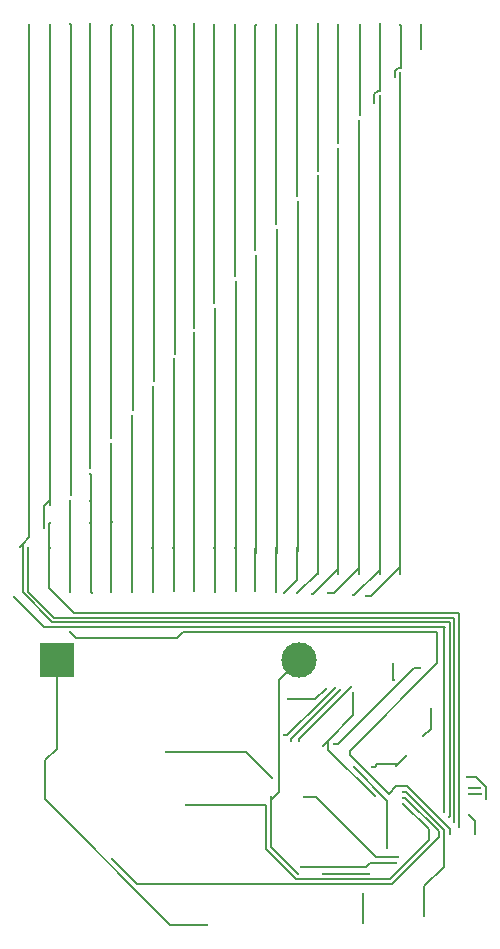
<source format=gbr>
%TF.GenerationSoftware,KiCad,Pcbnew,8.0.0*%
%TF.CreationDate,2024-03-20T12:42:58-05:00*%
%TF.ProjectId,tetrisBusinessCard,74657472-6973-4427-9573-696e65737343,rev?*%
%TF.SameCoordinates,Original*%
%TF.FileFunction,Copper,L2,Bot*%
%TF.FilePolarity,Positive*%
%FSLAX46Y46*%
G04 Gerber Fmt 4.6, Leading zero omitted, Abs format (unit mm)*
G04 Created by KiCad (PCBNEW 8.0.0) date 2024-03-20 12:42:58*
%MOMM*%
%LPD*%
G01*
G04 APERTURE LIST*
%TA.AperFunction,ComponentPad*%
%ADD10R,3.000000X3.000000*%
%TD*%
%TA.AperFunction,ComponentPad*%
%ADD11C,3.000000*%
%TD*%
%TA.AperFunction,ViaPad*%
%ADD12C,0.300000*%
%TD*%
%TA.AperFunction,Conductor*%
%ADD13C,0.200000*%
%TD*%
G04 APERTURE END LIST*
D10*
%TO.P,BT1,1,+*%
%TO.N,Net-(BT1-+)*%
X179610000Y-75450000D03*
D11*
%TO.P,BT1,2,-*%
%TO.N,GND*%
X200100000Y-75450000D03*
%TD*%
D12*
%TO.N,GND*%
X210639999Y-81910001D03*
X211250000Y-79600000D03*
%TO.N,CHRLY_20*%
X179000000Y-57200000D03*
X179000000Y-29900000D03*
X179000000Y-36700000D03*
X179000000Y-62350000D03*
X179000000Y-41200000D03*
X179000000Y-54850000D03*
X179000000Y-32200000D03*
X179000000Y-59700000D03*
X179000000Y-45700000D03*
X178500000Y-64250000D03*
X179000000Y-21700000D03*
X179000000Y-38950000D03*
X177200000Y-66000000D03*
X213200000Y-89150000D03*
X179000000Y-23700000D03*
X177200000Y-68200000D03*
X179000000Y-27750000D03*
X179000000Y-50100000D03*
X179000000Y-34550000D03*
X179000000Y-43450000D03*
X179000000Y-47900000D03*
X179000000Y-52450000D03*
X179000000Y-25700000D03*
%TO.N,CHRLY_13*%
X191250000Y-27700000D03*
X191250000Y-36700000D03*
X189500000Y-68200000D03*
X189500000Y-63800000D03*
X189500000Y-61950000D03*
X189450000Y-66000000D03*
X191250000Y-23700000D03*
X191250000Y-25700000D03*
X191250000Y-32150000D03*
X191250000Y-45650000D03*
X191250000Y-41250000D03*
X191250000Y-29850000D03*
X191250000Y-39000000D03*
X189550000Y-50000000D03*
X191250000Y-21600000D03*
X189500000Y-59700000D03*
X191250000Y-43450000D03*
X191250000Y-34500000D03*
X191250000Y-47299997D03*
X189500000Y-52500000D03*
X189500000Y-54950000D03*
X189500000Y-57300000D03*
X189500000Y-69628280D03*
%TO.N,BTN_1*%
X208950000Y-87600000D03*
X190500000Y-87700000D03*
%TO.N,CHRLY_21*%
X177250000Y-63800000D03*
X177250000Y-34500000D03*
X177250000Y-38950000D03*
X177250000Y-52450000D03*
X177250000Y-29850000D03*
X177250000Y-57200000D03*
X177250000Y-32150000D03*
X177250000Y-47850000D03*
X176450000Y-65850000D03*
X212800000Y-88700000D03*
X177250000Y-41200000D03*
X177250000Y-36700000D03*
X177250000Y-27700000D03*
X177250000Y-54850000D03*
X177250000Y-62000000D03*
X177250000Y-45700000D03*
X177250000Y-21650000D03*
X177250000Y-23700000D03*
X177250000Y-59700000D03*
X177250000Y-50100000D03*
X177250000Y-43500000D03*
X177250000Y-25700000D03*
%TO.N,BATT +*%
X205550000Y-95250000D03*
X205550000Y-97750000D03*
%TO.N,CHRLY_11*%
X194650000Y-21650000D03*
X193000000Y-45700000D03*
X193000000Y-69649493D03*
X194653758Y-41150000D03*
X193000000Y-52450000D03*
X194653758Y-42909348D03*
X194653758Y-23700000D03*
X194653758Y-32150000D03*
X194653758Y-25650000D03*
X193000000Y-68200000D03*
X193000000Y-61950000D03*
X193000000Y-47950000D03*
X192950000Y-66000000D03*
X194653758Y-38900000D03*
X194653758Y-27650000D03*
X194653758Y-36650000D03*
X193000000Y-50100000D03*
X193000000Y-54900000D03*
X193000000Y-59700000D03*
X193000000Y-57150000D03*
X193000000Y-63850000D03*
X194653758Y-29800000D03*
X194653758Y-34450000D03*
%TO.N,CHRLY_18*%
X182400000Y-52400000D03*
X182400000Y-47850000D03*
X182400000Y-50100000D03*
X182400000Y-32200000D03*
X182400000Y-29850000D03*
X182400000Y-25750000D03*
X180750000Y-69650000D03*
X180750000Y-67850000D03*
X182400000Y-57100000D03*
X180750000Y-61950000D03*
X182400000Y-54850000D03*
X182400000Y-39000000D03*
X182400000Y-36700000D03*
X182400000Y-23700000D03*
X182400000Y-41200000D03*
X180750000Y-63850000D03*
X182400000Y-27750000D03*
X182400000Y-43500000D03*
X180750000Y-66000000D03*
X182400000Y-34500000D03*
X182400000Y-59200000D03*
X212900000Y-90200000D03*
X182382059Y-21619148D03*
X182400000Y-45700000D03*
X180750000Y-73100000D03*
%TO.N,CHRLY_3*%
X206950000Y-43450000D03*
X206950000Y-47850000D03*
X208750000Y-23700000D03*
X206950000Y-41200000D03*
X198864576Y-81811276D03*
X206950000Y-34477903D03*
X208200000Y-26100000D03*
X203127084Y-77777084D03*
X206950000Y-66000000D03*
X206950000Y-29800000D03*
X206950000Y-63850000D03*
X206950000Y-68200000D03*
X206950000Y-38950000D03*
X206950000Y-50050000D03*
X204700000Y-69950000D03*
X206950000Y-57200000D03*
X206950000Y-61900000D03*
X206950000Y-54900000D03*
X206950000Y-36700000D03*
X208700000Y-21700000D03*
X206950000Y-27700000D03*
X206950000Y-45700000D03*
X206950000Y-52395710D03*
X206950000Y-32200000D03*
X206950000Y-59700000D03*
%TO.N,+1V1*%
X208350000Y-84400000D03*
X206250000Y-84500000D03*
X209150001Y-83596400D03*
X207600000Y-91400000D03*
X204750000Y-84500000D03*
%TO.N,CHRLY_19*%
X213650000Y-89600000D03*
X180812018Y-43450000D03*
X180812018Y-23700000D03*
X180812018Y-52350000D03*
X180812018Y-57200000D03*
X180812018Y-25700000D03*
X180812018Y-45650000D03*
X180812018Y-36700000D03*
X179000000Y-63850000D03*
X180812018Y-50050000D03*
X180812018Y-41100000D03*
X180812018Y-47750000D03*
X180812018Y-54900000D03*
X180812018Y-38955688D03*
X180812018Y-29850000D03*
X180812018Y-32200000D03*
X180812018Y-61453858D03*
X180812018Y-34500000D03*
X179000000Y-66000000D03*
X180700000Y-21600000D03*
X178950000Y-67750000D03*
X180812018Y-59700000D03*
X180812018Y-27750000D03*
%TO.N,CHRLY_15*%
X186000000Y-69649493D03*
X187805216Y-45750000D03*
X187805216Y-27650000D03*
X187805216Y-51853056D03*
X186000000Y-62000000D03*
X187805216Y-38900000D03*
X187805216Y-32150000D03*
X187805216Y-36700000D03*
X186000000Y-57200000D03*
X187805216Y-43450000D03*
X187805216Y-41200000D03*
X186000000Y-59750000D03*
X186000000Y-63800000D03*
X186000000Y-54800000D03*
X187805216Y-34500000D03*
X187805216Y-23650000D03*
X187805216Y-29750000D03*
X185950000Y-66000000D03*
X187805216Y-50050000D03*
X187805216Y-47850000D03*
X186000000Y-68250000D03*
X187805216Y-25200000D03*
X187750000Y-21650000D03*
%TO.N,CHRLY_6*%
X201700000Y-59700000D03*
X201700000Y-66000000D03*
X201700000Y-34500000D03*
X201700000Y-47900000D03*
X203450000Y-21650000D03*
X203450000Y-27750000D03*
X201700000Y-52450000D03*
X201700000Y-41200000D03*
X201700000Y-54850000D03*
X201700000Y-38950000D03*
X203450000Y-23700000D03*
X199950000Y-69800000D03*
X201700000Y-68200000D03*
X201700000Y-50100000D03*
X201700000Y-45700000D03*
X203450000Y-25700000D03*
X201700000Y-36700000D03*
X201700000Y-61950000D03*
X203405930Y-31701944D03*
X203450000Y-29850000D03*
X201700000Y-63850000D03*
X201700000Y-43494122D03*
X201700000Y-57200000D03*
%TO.N,BTN_4*%
X208901254Y-86603095D03*
X210700000Y-97100000D03*
%TO.N,CHRLY_16*%
X186050000Y-52300000D03*
X186050000Y-38700000D03*
X186050000Y-29800000D03*
X186050000Y-47750000D03*
X186050000Y-45650000D03*
X186050000Y-34400000D03*
X186050000Y-54300000D03*
X184200000Y-59700000D03*
X184200000Y-57150000D03*
X186050000Y-49950000D03*
X186050000Y-27700000D03*
X186050000Y-36550000D03*
X186050000Y-41100000D03*
X184200000Y-66000000D03*
X184250000Y-63800000D03*
X186050000Y-23700000D03*
X186050000Y-43250000D03*
X184200000Y-68250000D03*
X184200000Y-61995597D03*
X186000000Y-21650000D03*
X186050000Y-32100000D03*
X184200000Y-69649493D03*
X186050000Y-25600000D03*
%TO.N,CHRLY_14*%
X189600000Y-23400000D03*
X187750000Y-54950000D03*
X189600000Y-40950000D03*
X187750000Y-69649493D03*
X187750000Y-52350000D03*
X187750000Y-57200000D03*
X189500000Y-21650000D03*
X189600000Y-34250000D03*
X187750000Y-59700000D03*
X189600000Y-47700000D03*
X189600000Y-38750000D03*
X187750000Y-63750000D03*
X189600000Y-49500000D03*
X187750000Y-68200000D03*
X189600000Y-36450000D03*
X187750000Y-61950000D03*
X189600000Y-29700000D03*
X189600000Y-27450000D03*
X189600000Y-45550000D03*
X189600000Y-25500000D03*
X187700000Y-66000000D03*
X189600000Y-31850000D03*
X189600000Y-43400000D03*
%TO.N,Net-(U1-SQPI_SS_N)*%
X203050000Y-82550000D03*
X210350000Y-76100000D03*
%TO.N,BTN_5*%
X215444784Y-86303056D03*
X214500000Y-86300000D03*
%TO.N,BTN_2*%
X184300000Y-92300000D03*
X208894784Y-87103056D03*
%TO.N,CHRLY_8*%
X199900000Y-32200000D03*
X198250000Y-47950000D03*
X198250000Y-39000000D03*
X198250000Y-50150000D03*
X198250000Y-54950000D03*
X198250000Y-43550000D03*
X199900000Y-34500000D03*
X198250000Y-45800000D03*
X198250000Y-52500000D03*
X198250000Y-41300000D03*
X198250000Y-62000000D03*
X198200000Y-68200000D03*
X199900000Y-21650000D03*
X199900000Y-25650000D03*
X199906811Y-36162433D03*
X199900000Y-29850000D03*
X198200000Y-69649493D03*
X198250000Y-63850000D03*
X199900000Y-27800000D03*
X198250000Y-57250000D03*
X198200000Y-66000000D03*
X198250000Y-59750000D03*
X199900000Y-23750000D03*
%TO.N,BTN_3*%
X214502500Y-86800000D03*
X208350000Y-92650000D03*
X200250000Y-93000000D03*
X215500000Y-86800000D03*
%TO.N,CHRLY_17*%
X184200000Y-45650000D03*
X197850000Y-85450000D03*
X184200000Y-49977906D03*
X184200000Y-54750000D03*
X184200000Y-29900000D03*
X184200000Y-25700000D03*
X182463989Y-66038702D03*
X184200000Y-56649997D03*
X184200000Y-32100000D03*
X184200000Y-23700000D03*
X184200000Y-27700000D03*
X182500000Y-67800000D03*
X208500000Y-92100000D03*
X182450000Y-59700000D03*
X182450000Y-63850000D03*
X188850000Y-83250000D03*
X184200000Y-41150000D03*
X184200000Y-47800000D03*
X184200000Y-34400000D03*
X182550000Y-69750000D03*
X184200000Y-36700000D03*
X184200000Y-38950000D03*
X184200000Y-52350000D03*
X200500000Y-87050000D03*
X182450000Y-61950000D03*
X184250000Y-21650000D03*
X184200000Y-43450000D03*
%TO.N,GND*%
X204707843Y-78257843D03*
X197700000Y-87050000D03*
X206500000Y-87000000D03*
X202150000Y-82700000D03*
X202100000Y-93550000D03*
X214500000Y-88600000D03*
X206050000Y-93550000D03*
X215000000Y-90150000D03*
X200000000Y-93550000D03*
%TO.N,CHRLY_10*%
X196404662Y-34450000D03*
X196404662Y-32200000D03*
X194750000Y-68200000D03*
X196404662Y-40702058D03*
X194750000Y-57250000D03*
X194692527Y-65988058D03*
X194750000Y-63850000D03*
X196404662Y-25700000D03*
X196450000Y-21650000D03*
X196404662Y-23750000D03*
X196404662Y-27700000D03*
X196404662Y-38900000D03*
X196404662Y-29850000D03*
X194750000Y-61950000D03*
X194750000Y-45700000D03*
X194750000Y-50050000D03*
X194750000Y-47850000D03*
X194750000Y-52450000D03*
X194750000Y-69628280D03*
X196404662Y-36650000D03*
X194750000Y-43400000D03*
X194750000Y-54900000D03*
X194750000Y-59750000D03*
%TO.N,CHRLY_2*%
X199435519Y-82274598D03*
X203600000Y-77950000D03*
X205800000Y-70050000D03*
X208700000Y-57250000D03*
X210436885Y-23683992D03*
X208700000Y-59700000D03*
X208700000Y-47900000D03*
X210450000Y-21650000D03*
X208700000Y-54850000D03*
X208700000Y-50050000D03*
X208700000Y-61950000D03*
X208700000Y-29900000D03*
X208700000Y-45700000D03*
X208700000Y-25750000D03*
X208700000Y-36700000D03*
X208700000Y-41200000D03*
X208700000Y-34500000D03*
X208700000Y-43450000D03*
X208700000Y-52450000D03*
X208700000Y-68200000D03*
X208700000Y-63800000D03*
X208700000Y-32150000D03*
X208700000Y-66000000D03*
X208700000Y-27700000D03*
X208700000Y-39000000D03*
%TO.N,CHRLY_12*%
X192906811Y-36650000D03*
X192906811Y-38900000D03*
X191250000Y-47800000D03*
X191250000Y-68200000D03*
X192906811Y-29900000D03*
X191250000Y-54850000D03*
X191250000Y-66000000D03*
X192906811Y-34450000D03*
X191250000Y-57200000D03*
X191250000Y-69628280D03*
X191250000Y-59700000D03*
X191250000Y-52450000D03*
X191250000Y-50100000D03*
X192906811Y-23700000D03*
X191250000Y-61950000D03*
X192906811Y-27700000D03*
X192906811Y-41150000D03*
X191250000Y-63850000D03*
X192906811Y-32091464D03*
X192906811Y-45203056D03*
X192906811Y-25650000D03*
X192900000Y-21650000D03*
X192906811Y-43300000D03*
%TO.N,CHRLY_9*%
X198154853Y-38509134D03*
X196450000Y-52500000D03*
X196450000Y-41200000D03*
X196450000Y-45750000D03*
X196450000Y-61950000D03*
X196400000Y-69628280D03*
X198154853Y-27750000D03*
X196400000Y-68200000D03*
X198154853Y-25750000D03*
X196450000Y-57250000D03*
X196450000Y-50200000D03*
X198154853Y-34500000D03*
X198154853Y-36650000D03*
X196450000Y-43550000D03*
X198200000Y-21700000D03*
X198154853Y-23700000D03*
X198154853Y-29900000D03*
X196450000Y-63850000D03*
X198154853Y-32200000D03*
X196450000Y-54900000D03*
X196450000Y-59700000D03*
X196450000Y-66000000D03*
X196450000Y-47900000D03*
%TO.N,CHRLY_7*%
X201755216Y-25700000D03*
X200000000Y-61950000D03*
X201755216Y-27700000D03*
X200000000Y-50050000D03*
X200000000Y-36700000D03*
X200000000Y-57200000D03*
X200000000Y-63750000D03*
X200000000Y-52500000D03*
X200000000Y-45700000D03*
X200000000Y-38950000D03*
X200000000Y-59700000D03*
X201755216Y-29850000D03*
X200000000Y-41250000D03*
X199950000Y-66000000D03*
X201755216Y-23700000D03*
X198850000Y-69800000D03*
X199950000Y-68200000D03*
X201755216Y-32150000D03*
X200000000Y-54850000D03*
X200000000Y-47900000D03*
X201755216Y-34003056D03*
X201750000Y-21600000D03*
X200000000Y-43500000D03*
%TO.N,CHRLY_1*%
X200100000Y-82300000D03*
X204500000Y-77750000D03*
%TO.N,CHRLY_4*%
X205200000Y-68200000D03*
X199150000Y-78765686D03*
X207000000Y-21600000D03*
X205200000Y-39000000D03*
X205200000Y-41250000D03*
X205200000Y-57200000D03*
X206450000Y-28250000D03*
X205200000Y-61900000D03*
X205200000Y-47900000D03*
X205200000Y-36700000D03*
X205200000Y-45750000D03*
X205200000Y-50100000D03*
X205200000Y-66000000D03*
X207000000Y-23650000D03*
X205200000Y-29800000D03*
X202600000Y-69800000D03*
X205200000Y-63800000D03*
X205200000Y-59700000D03*
X205200000Y-32200000D03*
X205200000Y-43500000D03*
X202383885Y-77883885D03*
X205200000Y-34500000D03*
X205200000Y-54850000D03*
X205200000Y-52450000D03*
X207000000Y-25750000D03*
%TO.N,CHRLY_5*%
X201250000Y-69850000D03*
X203450000Y-43500000D03*
X203450000Y-34550000D03*
X203450000Y-32200000D03*
X203450000Y-54850000D03*
X203450000Y-50100000D03*
X203450000Y-41250000D03*
X205250000Y-21700000D03*
X203450000Y-59694808D03*
X203400000Y-68200000D03*
X203450000Y-57150000D03*
X203450000Y-36650000D03*
X205255216Y-27700000D03*
X203450000Y-47850000D03*
X203450000Y-65950000D03*
X203450000Y-63800000D03*
X205255216Y-23727079D03*
X205255216Y-29303056D03*
X203450000Y-38950000D03*
X203450000Y-61968916D03*
X203450000Y-52450000D03*
X203450000Y-45700000D03*
X205255216Y-25700000D03*
%TO.N,Net-(BT1-+)*%
X192300000Y-97850000D03*
%TO.N,BTN_6*%
X215950000Y-87248829D03*
X214300000Y-85350000D03*
%TO.N,+3V3*%
X208150000Y-77152500D03*
X208100000Y-75750000D03*
%TO.N,CHRLY_22*%
X175950000Y-70100000D03*
X212400000Y-88331801D03*
%TD*%
D13*
%TO.N,GND*%
X211250000Y-81300000D02*
X210639999Y-81910001D01*
X211250000Y-79600000D02*
X211250000Y-81300000D01*
%TO.N,CHRLY_20*%
X179000000Y-54850000D02*
X179000000Y-57200000D01*
X179000000Y-61800000D02*
X179000000Y-61900000D01*
X177200000Y-66000000D02*
X177200000Y-67500000D01*
X179000000Y-27750000D02*
X179000000Y-29900000D01*
X179000000Y-25700000D02*
X179000000Y-27750000D01*
X179000000Y-38950000D02*
X179000000Y-41200000D01*
X179000000Y-23700000D02*
X179000000Y-25700000D01*
X179000000Y-61800000D02*
X179000000Y-62350000D01*
X213250000Y-89100000D02*
X213200000Y-89150000D01*
X179000000Y-29900000D02*
X179000000Y-32200000D01*
X178500000Y-62400000D02*
X178500000Y-64250000D01*
X179000000Y-34550000D02*
X179000000Y-36700000D01*
X177200000Y-67500000D02*
X177200000Y-68200000D01*
X179000000Y-41200000D02*
X179000000Y-43450000D01*
X179000000Y-50100000D02*
X179000000Y-52450000D01*
X213250000Y-71850000D02*
X213250000Y-89100000D01*
X177200000Y-67500000D02*
X177200000Y-69650000D01*
X179000000Y-43450000D02*
X179000000Y-45700000D01*
X179000000Y-61900000D02*
X178500000Y-62400000D01*
X179000000Y-21700000D02*
X179000000Y-23700000D01*
X179400000Y-71850000D02*
X213250000Y-71850000D01*
X179000000Y-36700000D02*
X179000000Y-38950000D01*
X179000000Y-45700000D02*
X179000000Y-47900000D01*
X179000000Y-32200000D02*
X179000000Y-34550000D01*
X177200000Y-69650000D02*
X179400000Y-71850000D01*
X179000000Y-59700000D02*
X179000000Y-61800000D01*
X179000000Y-57200000D02*
X179000000Y-59700000D01*
X179000000Y-52450000D02*
X179000000Y-54850000D01*
X179000000Y-47900000D02*
X179000000Y-50100000D01*
%TO.N,CHRLY_13*%
X189500000Y-68200000D02*
X189500000Y-67900000D01*
X189500000Y-67900000D02*
X189500000Y-66700000D01*
X189500000Y-66700000D02*
X189500000Y-66050000D01*
X191250000Y-41250000D02*
X191250000Y-39000000D01*
X189500000Y-61950000D02*
X189500000Y-59700000D01*
X191250000Y-47299997D02*
X191250000Y-47150000D01*
X191250000Y-34500000D02*
X191250000Y-32150000D01*
X189500000Y-57300000D02*
X189500000Y-54950000D01*
X191250000Y-39000000D02*
X191250000Y-36700000D01*
X189500000Y-66050000D02*
X189450000Y-66000000D01*
X191250000Y-32150000D02*
X191250000Y-29850000D01*
X189500000Y-59700000D02*
X189500000Y-57300000D01*
X191250000Y-27700000D02*
X191250000Y-25700000D01*
X189500000Y-64500000D02*
X189500000Y-63800000D01*
X191250000Y-29850000D02*
X191250000Y-27700000D01*
X189500000Y-64500000D02*
X189500000Y-61950000D01*
X191250000Y-45650000D02*
X191250000Y-43450000D01*
X191250000Y-36700000D02*
X191250000Y-34500000D01*
X191250000Y-47150000D02*
X191250000Y-45650000D01*
X189500000Y-67900000D02*
X189500000Y-69628280D01*
X191250000Y-25700000D02*
X191250000Y-23700000D01*
X189500000Y-54950000D02*
X189500000Y-52500000D01*
X189500000Y-66700000D02*
X189500000Y-64500000D01*
X191250000Y-43450000D02*
X191250000Y-41250000D01*
X189500000Y-52500000D02*
X189500000Y-50050000D01*
X189500000Y-50050000D02*
X189550000Y-50000000D01*
X191250000Y-23700000D02*
X191250000Y-21600000D01*
%TO.N,BTN_1*%
X207786397Y-94000000D02*
X199813603Y-94000000D01*
X199813603Y-94000000D02*
X197300000Y-91486397D01*
X211100000Y-90686397D02*
X207786397Y-94000000D01*
X197300000Y-91486397D02*
X197300000Y-87700000D01*
X197300000Y-87700000D02*
X190500000Y-87700000D01*
X211100000Y-89750000D02*
X208950000Y-87600000D01*
X211100000Y-90686397D02*
X211100000Y-89750000D01*
%TO.N,CHRLY_21*%
X212850000Y-72250000D02*
X212850000Y-88650000D01*
X177250000Y-27700000D02*
X177250000Y-29850000D01*
X177250000Y-59700000D02*
X177250000Y-62000000D01*
X177250000Y-47850000D02*
X177250000Y-50100000D01*
X177250000Y-65050000D02*
X176700000Y-65600000D01*
X177250000Y-21650000D02*
X177250000Y-23700000D01*
X177250000Y-32150000D02*
X177250000Y-34500000D01*
X177250000Y-41200000D02*
X177250000Y-43500000D01*
X177250000Y-43500000D02*
X177250000Y-45700000D01*
X177250000Y-36700000D02*
X177250000Y-38950000D01*
X177250000Y-38950000D02*
X177250000Y-41200000D01*
X177250000Y-64150000D02*
X177250000Y-65050000D01*
X176700000Y-69649997D02*
X176700000Y-69715686D01*
X176700000Y-65600000D02*
X176450000Y-65850000D01*
X177250000Y-52450000D02*
X177250000Y-54850000D01*
X177250000Y-50100000D02*
X177250000Y-52450000D01*
X177250000Y-23700000D02*
X177250000Y-25700000D01*
X177250000Y-63800000D02*
X177250000Y-64150000D01*
X177250000Y-54850000D02*
X177250000Y-57200000D01*
X177250000Y-34500000D02*
X177250000Y-36700000D01*
X176700000Y-65600000D02*
X176700000Y-69649997D01*
X176700000Y-69649997D02*
X176699997Y-69650000D01*
X177250000Y-29850000D02*
X177250000Y-32150000D01*
X179234315Y-72250000D02*
X212850000Y-72250000D01*
X176700000Y-69715686D02*
X179234315Y-72250000D01*
X177250000Y-45700000D02*
X177250000Y-47850000D01*
X177250000Y-57200000D02*
X177250000Y-59700000D01*
X177250000Y-62000000D02*
X177250000Y-63800000D01*
X212850000Y-88650000D02*
X212800000Y-88700000D01*
X177250000Y-25700000D02*
X177250000Y-27700000D01*
%TO.N,BATT +*%
X205550000Y-97750000D02*
X205550000Y-95250000D01*
%TO.N,CHRLY_11*%
X194653758Y-27650000D02*
X194653758Y-25650000D01*
X194653758Y-25650000D02*
X194653758Y-23700000D01*
X193000000Y-66350000D02*
X193000000Y-66050000D01*
X194653758Y-21653758D02*
X194650000Y-21650000D01*
X194653758Y-32150000D02*
X194653758Y-29800000D01*
X193000000Y-67600000D02*
X193000000Y-69649493D01*
X193000000Y-67600000D02*
X193000000Y-66350000D01*
X193000000Y-61950000D02*
X193000000Y-59700000D01*
X193000000Y-68200000D02*
X193000000Y-67600000D01*
X193000000Y-66050000D02*
X192950000Y-66000000D01*
X194653758Y-29800000D02*
X194653758Y-27650000D01*
X193000000Y-66350000D02*
X193000000Y-63850000D01*
X193000000Y-59700000D02*
X193000000Y-57150000D01*
X194653758Y-34450000D02*
X194653758Y-32150000D01*
X194653758Y-36650000D02*
X194653758Y-34450000D01*
X193000000Y-54900000D02*
X193000000Y-52450000D01*
X194653758Y-41150000D02*
X194653758Y-38900000D01*
X193000000Y-63850000D02*
X193000000Y-61950000D01*
X194653758Y-23700000D02*
X194653758Y-21653758D01*
X193000000Y-50100000D02*
X193000000Y-47950000D01*
X194653758Y-42909348D02*
X194653758Y-41150000D01*
X193000000Y-52450000D02*
X193000000Y-50100000D01*
X193000000Y-47950000D02*
X193000000Y-45700000D01*
X193000000Y-57150000D02*
X193000000Y-54900000D01*
X194653758Y-38900000D02*
X194653758Y-36650000D01*
%TO.N,CHRLY_18*%
X182400000Y-54850000D02*
X182400000Y-52400000D01*
X182400000Y-47850000D02*
X182400000Y-45700000D01*
X180750000Y-67850000D02*
X180750000Y-66700000D01*
X180750000Y-64600000D02*
X180750000Y-61950000D01*
X212900000Y-89782232D02*
X212900000Y-90200000D01*
X190300000Y-73050000D02*
X211800000Y-73050000D01*
X182400000Y-21637089D02*
X182382059Y-21619148D01*
X182400000Y-39000000D02*
X182400000Y-36700000D01*
X182400000Y-45700000D02*
X182400000Y-43500000D01*
X180750000Y-66700000D02*
X180750000Y-66000000D01*
X182400000Y-59200000D02*
X182400000Y-57100000D01*
X182400000Y-32200000D02*
X182400000Y-29850000D01*
X207689492Y-86789492D02*
X208325889Y-86153095D01*
X180750000Y-66550000D02*
X180750000Y-64600000D01*
X209270863Y-86153095D02*
X212900000Y-89782232D01*
X181200000Y-73550000D02*
X189800000Y-73550000D01*
X180750000Y-64600000D02*
X180750000Y-63850000D01*
X204400000Y-83500000D02*
X207689492Y-86789492D01*
X182400000Y-36700000D02*
X182400000Y-34500000D01*
X182400000Y-23700000D02*
X182400000Y-21637089D01*
X182400000Y-43500000D02*
X182400000Y-41200000D01*
X182400000Y-34500000D02*
X182400000Y-32200000D01*
X204400000Y-83113603D02*
X204400000Y-83500000D01*
X182400000Y-50100000D02*
X182400000Y-47850000D01*
X182400000Y-41200000D02*
X182400000Y-39000000D01*
X180750000Y-73100000D02*
X181200000Y-73550000D01*
X182400000Y-25750000D02*
X182400000Y-23700000D01*
X182400000Y-29850000D02*
X182400000Y-27750000D01*
X182400000Y-57100000D02*
X182400000Y-54850000D01*
X182400000Y-27750000D02*
X182400000Y-25750000D01*
X189800000Y-73550000D02*
X190300000Y-73050000D01*
X208325889Y-86153095D02*
X209270863Y-86153095D01*
X211800000Y-73050000D02*
X211800000Y-75713603D01*
X180750000Y-67850000D02*
X180750000Y-69650000D01*
X182400000Y-52400000D02*
X182400000Y-50100000D01*
X180750000Y-66700000D02*
X180750000Y-66550000D01*
X211800000Y-75713603D02*
X204400000Y-83113603D01*
%TO.N,CHRLY_3*%
X208750000Y-25300000D02*
X208750000Y-23700000D01*
X199092892Y-81811276D02*
X198864576Y-81811276D01*
X206950000Y-52395710D02*
X206950000Y-54900000D01*
X203127084Y-77777084D02*
X202027084Y-78877084D01*
X206950000Y-54900000D02*
X206950000Y-57200000D01*
X208750000Y-21750000D02*
X208700000Y-21700000D01*
X208200000Y-25613603D02*
X208513603Y-25300000D01*
X204800000Y-69950000D02*
X204700000Y-69950000D01*
X206950000Y-61900000D02*
X206950000Y-63850000D01*
X208750000Y-23700000D02*
X208750000Y-21750000D01*
X206950000Y-41200000D02*
X206950000Y-43450000D01*
X206950000Y-67800000D02*
X206950000Y-68200000D01*
X206950000Y-67800000D02*
X204800000Y-69950000D01*
X206950000Y-50050000D02*
X206950000Y-52395710D01*
X206950000Y-38950000D02*
X206950000Y-41200000D01*
X206950000Y-66000000D02*
X206950000Y-66250000D01*
X206950000Y-57200000D02*
X206950000Y-59700000D01*
X208200000Y-26100000D02*
X208200000Y-25613603D01*
X206950000Y-45700000D02*
X206950000Y-47850000D01*
X206950000Y-29800000D02*
X206950000Y-32200000D01*
X202027084Y-78877084D02*
X199092892Y-81811276D01*
X206950000Y-32200000D02*
X206950000Y-34477903D01*
X206950000Y-27700000D02*
X206950000Y-29800000D01*
X206950000Y-34477903D02*
X206950000Y-36700000D01*
X206950000Y-36700000D02*
X206950000Y-38950000D01*
X206950000Y-43450000D02*
X206950000Y-45700000D01*
X206950000Y-63850000D02*
X206950000Y-66250000D01*
X206950000Y-59700000D02*
X206950000Y-61900000D01*
X206950000Y-66250000D02*
X206950000Y-67800000D01*
X208513603Y-25300000D02*
X208750000Y-25300000D01*
X206950000Y-47850000D02*
X206950000Y-50050000D01*
%TO.N,+1V1*%
X206500000Y-84500000D02*
X206751800Y-84248200D01*
X204750000Y-84500000D02*
X207600000Y-87350000D01*
X208350000Y-84396401D02*
X208498200Y-84248200D01*
X206250000Y-84500000D02*
X206500000Y-84500000D01*
X208498200Y-84248200D02*
X209150001Y-83596400D01*
X208350000Y-84400000D02*
X208350000Y-84396401D01*
X206751800Y-84248200D02*
X208498200Y-84248200D01*
X207600000Y-87350000D02*
X207600000Y-91400000D01*
%TO.N,CHRLY_19*%
X180812018Y-27750000D02*
X180812018Y-25700000D01*
X180812018Y-32200000D02*
X180812018Y-29850000D01*
X180812018Y-25700000D02*
X180812018Y-23700000D01*
X180812018Y-34500000D02*
X180812018Y-32200000D01*
X180812018Y-47750000D02*
X180812018Y-45650000D01*
X180812018Y-61453858D02*
X180812018Y-59700000D01*
X180812018Y-52350000D02*
X180812018Y-50050000D01*
X178950000Y-67750000D02*
X178950000Y-69350000D01*
X178950000Y-63900000D02*
X179000000Y-63850000D01*
X180812018Y-54900000D02*
X180812018Y-52350000D01*
X180812018Y-50050000D02*
X180812018Y-47750000D01*
X180812018Y-38955688D02*
X180812018Y-36700000D01*
X178950000Y-66300000D02*
X178950000Y-66050000D01*
X178950000Y-69350000D02*
X181050000Y-71450000D01*
X180812018Y-41100000D02*
X180812018Y-38955688D01*
X180812018Y-45650000D02*
X180812018Y-43450000D01*
X180812018Y-23700000D02*
X180812018Y-21712018D01*
X180812018Y-59700000D02*
X180812018Y-57200000D01*
X180812018Y-21712018D02*
X180700000Y-21600000D01*
X180812018Y-57200000D02*
X180812018Y-54900000D01*
X178950000Y-66300000D02*
X178950000Y-63900000D01*
X178950000Y-67750000D02*
X178950000Y-66300000D01*
X180812018Y-36700000D02*
X180812018Y-34500000D01*
X180812018Y-29850000D02*
X180812018Y-27750000D01*
X213650000Y-71450000D02*
X213650000Y-89600000D01*
X180812018Y-43450000D02*
X180812018Y-41100000D01*
X178950000Y-66050000D02*
X179000000Y-66000000D01*
X181050000Y-71450000D02*
X213650000Y-71450000D01*
%TO.N,CHRLY_15*%
X187805216Y-41200000D02*
X187805216Y-38900000D01*
X187805216Y-50050000D02*
X187805216Y-47850000D01*
X186000000Y-66050000D02*
X185950000Y-66000000D01*
X187805216Y-29750000D02*
X187805216Y-27650000D01*
X186000000Y-57200000D02*
X186000000Y-54800000D01*
X187805216Y-23650000D02*
X187805216Y-21705216D01*
X187805216Y-38900000D02*
X187805216Y-36700000D01*
X186000000Y-67850000D02*
X186000000Y-69649493D01*
X187805216Y-43450000D02*
X187805216Y-41200000D01*
X186000000Y-67850000D02*
X186000000Y-66050000D01*
X186000000Y-63800000D02*
X186000000Y-64400000D01*
X186000000Y-62000000D02*
X186000000Y-59750000D01*
X186000000Y-65950000D02*
X185950000Y-66000000D01*
X186000000Y-64400000D02*
X186000000Y-62000000D01*
X187805216Y-36700000D02*
X187805216Y-34500000D01*
X186000000Y-64400000D02*
X186000000Y-65950000D01*
X187805216Y-34500000D02*
X187805216Y-32150000D01*
X187805216Y-27650000D02*
X187805216Y-25200000D01*
X187805216Y-32150000D02*
X187805216Y-29750000D01*
X187805216Y-47850000D02*
X187805216Y-45750000D01*
X186000000Y-59750000D02*
X186000000Y-57200000D01*
X187805216Y-51853056D02*
X187805216Y-50050000D01*
X187805216Y-45750000D02*
X187805216Y-43450000D01*
X187805216Y-21705216D02*
X187750000Y-21650000D01*
X186000000Y-68250000D02*
X186000000Y-67850000D01*
X187805216Y-25200000D02*
X187805216Y-23650000D01*
%TO.N,CHRLY_6*%
X201700000Y-57200000D02*
X201700000Y-59700000D01*
X203450000Y-23700000D02*
X203450000Y-21650000D01*
X201700000Y-66350000D02*
X201700000Y-66000000D01*
X201700000Y-67550000D02*
X201700000Y-66350000D01*
X201700000Y-45700000D02*
X201700000Y-47900000D01*
X201700000Y-34500000D02*
X201700000Y-36700000D01*
X201700000Y-47900000D02*
X201700000Y-50100000D01*
X201700000Y-68200000D02*
X201700000Y-67550000D01*
X201700000Y-61950000D02*
X201700000Y-63850000D01*
X201700000Y-36700000D02*
X201700000Y-38950000D01*
X201700000Y-63850000D02*
X201700000Y-66350000D01*
X203405930Y-31701944D02*
X203450000Y-31657874D01*
X201700000Y-59700000D02*
X201700000Y-61950000D01*
X201700000Y-38950000D02*
X201700000Y-41200000D01*
X203450000Y-27750000D02*
X203450000Y-25700000D01*
X203450000Y-31657874D02*
X203450000Y-29850000D01*
X203450000Y-25700000D02*
X203450000Y-23700000D01*
X201700000Y-54850000D02*
X201700000Y-57200000D01*
X203450000Y-29850000D02*
X203450000Y-27750000D01*
X201700000Y-41200000D02*
X201700000Y-43494122D01*
X201700000Y-67550000D02*
X201700000Y-68050000D01*
X201700000Y-52450000D02*
X201700000Y-54850000D01*
X201700000Y-68050000D02*
X199950000Y-69800000D01*
X201700000Y-50100000D02*
X201700000Y-52450000D01*
X201700000Y-43494122D02*
X201700000Y-45700000D01*
%TO.N,BTN_4*%
X209155177Y-86603095D02*
X208901254Y-86603095D01*
X210700000Y-94615000D02*
X212350000Y-92965000D01*
X210700000Y-97100000D02*
X210700000Y-94615000D01*
X212350000Y-89797917D02*
X209155177Y-86603095D01*
X212350000Y-92965000D02*
X212350000Y-89797917D01*
%TO.N,CHRLY_16*%
X186050000Y-27700000D02*
X186050000Y-25600000D01*
X184200000Y-63850000D02*
X184250000Y-63800000D01*
X186050000Y-47750000D02*
X186050000Y-45650000D01*
X186050000Y-34400000D02*
X186050000Y-32100000D01*
X186050000Y-29800000D02*
X186050000Y-27700000D01*
X184200000Y-68250000D02*
X184200000Y-67850000D01*
X186050000Y-25600000D02*
X186050000Y-23700000D01*
X184200000Y-59700000D02*
X184200000Y-57150000D01*
X186050000Y-41100000D02*
X186050000Y-38700000D01*
X184200000Y-66450000D02*
X184200000Y-64100000D01*
X186050000Y-52300000D02*
X186050000Y-49950000D01*
X186050000Y-36550000D02*
X186050000Y-34400000D01*
X186050000Y-49950000D02*
X186050000Y-47750000D01*
X186050000Y-23700000D02*
X186050000Y-21700000D01*
X186050000Y-21700000D02*
X186000000Y-21650000D01*
X186050000Y-38700000D02*
X186050000Y-36550000D01*
X184200000Y-66450000D02*
X184200000Y-66000000D01*
X186050000Y-43250000D02*
X186050000Y-41100000D01*
X186050000Y-54300000D02*
X186050000Y-52300000D01*
X184200000Y-64100000D02*
X184200000Y-63850000D01*
X184200000Y-61995597D02*
X184200000Y-59700000D01*
X186050000Y-45650000D02*
X186050000Y-43250000D01*
X186050000Y-32100000D02*
X186050000Y-29800000D01*
X184200000Y-67850000D02*
X184200000Y-66450000D01*
X184200000Y-64100000D02*
X184200000Y-61995597D01*
X184200000Y-67850000D02*
X184200000Y-69649493D01*
%TO.N,CHRLY_14*%
X187750000Y-61950000D02*
X187750000Y-59700000D01*
X189600000Y-31850000D02*
X189600000Y-29700000D01*
X187750000Y-66550000D02*
X187750000Y-64550000D01*
X187750000Y-68200000D02*
X187750000Y-67900000D01*
X189600000Y-43400000D02*
X189600000Y-40950000D01*
X187750000Y-59700000D02*
X187750000Y-57200000D01*
X189600000Y-40950000D02*
X189600000Y-38750000D01*
X189600000Y-27450000D02*
X189600000Y-25500000D01*
X189600000Y-45550000D02*
X189600000Y-43400000D01*
X187750000Y-54950000D02*
X187750000Y-52350000D01*
X187750000Y-66550000D02*
X187750000Y-66050000D01*
X189600000Y-38750000D02*
X189600000Y-36450000D01*
X189600000Y-34250000D02*
X189600000Y-31850000D01*
X189600000Y-47700000D02*
X189600000Y-45550000D01*
X187750000Y-67900000D02*
X187750000Y-66550000D01*
X189600000Y-49500000D02*
X189600000Y-47700000D01*
X189600000Y-21750000D02*
X189500000Y-21650000D01*
X189600000Y-36450000D02*
X189600000Y-34250000D01*
X189600000Y-29700000D02*
X189600000Y-27450000D01*
X189600000Y-25500000D02*
X189600000Y-23400000D01*
X187750000Y-64550000D02*
X187750000Y-61950000D01*
X189600000Y-23400000D02*
X189600000Y-21750000D01*
X187750000Y-57200000D02*
X187750000Y-54950000D01*
X187750000Y-66050000D02*
X187700000Y-66000000D01*
X187750000Y-64550000D02*
X187750000Y-63750000D01*
X187750000Y-67900000D02*
X187750000Y-69649493D01*
%TO.N,Net-(U1-SQPI_SS_N)*%
X209838897Y-76100000D02*
X210350000Y-76100000D01*
X203050000Y-82550000D02*
X203388897Y-82550000D01*
X203388897Y-82550000D02*
X209838897Y-76100000D01*
%TO.N,BTN_5*%
X215444784Y-86303056D02*
X214503056Y-86303056D01*
X214503056Y-86303056D02*
X214500000Y-86300000D01*
%TO.N,BTN_2*%
X184300000Y-92300000D02*
X186400000Y-94400000D01*
X209089453Y-87103056D02*
X208894784Y-87103056D01*
X186400000Y-94400000D02*
X207952083Y-94400000D01*
X211950000Y-89963603D02*
X209089453Y-87103056D01*
X211950000Y-90402083D02*
X211950000Y-89963603D01*
X207952083Y-94400000D02*
X211950000Y-90402083D01*
%TO.N,CHRLY_8*%
X198250000Y-57250000D02*
X198250000Y-59750000D01*
X198200000Y-67800000D02*
X198200000Y-69649493D01*
X198250000Y-41300000D02*
X198250000Y-43550000D01*
X198250000Y-59750000D02*
X198250000Y-62000000D01*
X198250000Y-47950000D02*
X198250000Y-50150000D01*
X198250000Y-63850000D02*
X198250000Y-66400000D01*
X198200000Y-67800000D02*
X198200000Y-66450000D01*
X198200000Y-66450000D02*
X198200000Y-66000000D01*
X198250000Y-52500000D02*
X198250000Y-54950000D01*
X198200000Y-68200000D02*
X198200000Y-67800000D01*
X198250000Y-62000000D02*
X198250000Y-63850000D01*
X199900000Y-32200000D02*
X199900000Y-29850000D01*
X199900000Y-25650000D02*
X199900000Y-23750000D01*
X199906811Y-36162433D02*
X199900000Y-36155622D01*
X198250000Y-66400000D02*
X198200000Y-66450000D01*
X199900000Y-36155622D02*
X199900000Y-34500000D01*
X198250000Y-45800000D02*
X198250000Y-47950000D01*
X198250000Y-54950000D02*
X198250000Y-57250000D01*
X199900000Y-29850000D02*
X199900000Y-27800000D01*
X198250000Y-50150000D02*
X198250000Y-52500000D01*
X199900000Y-34500000D02*
X199900000Y-32200000D01*
X198250000Y-39000000D02*
X198250000Y-41300000D01*
X199900000Y-23750000D02*
X199900000Y-21650000D01*
X199900000Y-27800000D02*
X199900000Y-25650000D01*
X198250000Y-43550000D02*
X198250000Y-45800000D01*
%TO.N,BTN_3*%
X215500000Y-86800000D02*
X214502500Y-86800000D01*
X205800000Y-92950000D02*
X200300000Y-92950000D01*
X205800000Y-92950000D02*
X206100000Y-92650000D01*
X206100000Y-92650000D02*
X208350000Y-92650000D01*
X200300000Y-92950000D02*
X200250000Y-93000000D01*
%TO.N,CHRLY_17*%
X200500000Y-87050000D02*
X201550000Y-87050000D01*
X182500000Y-62000000D02*
X182450000Y-61950000D01*
X184200000Y-41150000D02*
X184200000Y-38950000D01*
X184200000Y-29900000D02*
X184200000Y-27700000D01*
X195650000Y-83250000D02*
X197850000Y-85450000D01*
X182500000Y-66550000D02*
X182500000Y-64150000D01*
X182500000Y-66550000D02*
X182500000Y-66074713D01*
X184200000Y-32100000D02*
X184200000Y-29900000D01*
X184200000Y-45650000D02*
X184200000Y-43450000D01*
X184200000Y-34400000D02*
X184200000Y-32100000D01*
X184200000Y-38950000D02*
X184200000Y-36700000D01*
X184200000Y-56649997D02*
X184200000Y-54750000D01*
X184200000Y-49977906D02*
X184200000Y-47800000D01*
X182500000Y-63900000D02*
X182450000Y-63850000D01*
X184200000Y-23700000D02*
X184200000Y-21700000D01*
X206600000Y-92100000D02*
X208500000Y-92100000D01*
X182500000Y-59750000D02*
X182450000Y-59700000D01*
X188850000Y-83250000D02*
X195650000Y-83250000D01*
X182500000Y-67400000D02*
X182500000Y-69700000D01*
X184200000Y-47800000D02*
X184200000Y-45650000D01*
X182500000Y-62300000D02*
X182500000Y-62000000D01*
X184200000Y-21700000D02*
X184250000Y-21650000D01*
X184200000Y-43450000D02*
X184200000Y-41150000D01*
X182500000Y-64150000D02*
X182500000Y-62300000D01*
X201550000Y-87050000D02*
X206600000Y-92100000D01*
X184200000Y-52350000D02*
X184200000Y-49977906D01*
X184200000Y-25700000D02*
X184200000Y-23700000D01*
X184200000Y-27700000D02*
X184200000Y-25700000D01*
X182500000Y-66074713D02*
X182463989Y-66038702D01*
X184200000Y-36700000D02*
X184200000Y-34400000D01*
X184200000Y-54750000D02*
X184200000Y-52350000D01*
X182500000Y-64150000D02*
X182500000Y-63900000D01*
X182500000Y-69700000D02*
X182550000Y-69750000D01*
X182500000Y-67400000D02*
X182500000Y-66550000D01*
X182500000Y-67800000D02*
X182500000Y-67400000D01*
X182500000Y-62300000D02*
X182500000Y-59750000D01*
%TO.N,GND*%
X202250000Y-93550000D02*
X206050000Y-93550000D01*
X202100000Y-93550000D02*
X202250000Y-93550000D01*
X197700000Y-87300000D02*
X197700000Y-87050000D01*
X197700000Y-87300000D02*
X198414576Y-86585424D01*
X202575000Y-83075000D02*
X206500000Y-87000000D01*
X202575000Y-82275000D02*
X202575000Y-83075000D01*
X198414576Y-86585424D02*
X198414576Y-77135424D01*
X202150000Y-82700000D02*
X202575000Y-82275000D01*
X215000000Y-90150000D02*
X215000000Y-89100000D01*
X202575000Y-82275000D02*
X204707843Y-80142157D01*
X200000000Y-93550000D02*
X197700000Y-91250000D01*
X204707843Y-80142157D02*
X204707843Y-78257843D01*
X215000000Y-89100000D02*
X214500000Y-88600000D01*
X197700000Y-91250000D02*
X197700000Y-87300000D01*
X198414576Y-77135424D02*
X200100000Y-75450000D01*
%TO.N,CHRLY_10*%
X196404662Y-27700000D02*
X196404662Y-25700000D01*
X194750000Y-54900000D02*
X194750000Y-52450000D01*
X194750000Y-61950000D02*
X194750000Y-59750000D01*
X194750000Y-47850000D02*
X194750000Y-45700000D01*
X194750000Y-52450000D02*
X194750000Y-50050000D01*
X196404662Y-25700000D02*
X196404662Y-23750000D01*
X196404662Y-34450000D02*
X196404662Y-32200000D01*
X196404662Y-21695338D02*
X196450000Y-21650000D01*
X196404662Y-40702058D02*
X196404662Y-38900000D01*
X196404662Y-23750000D02*
X196404662Y-21695338D01*
X194750000Y-59750000D02*
X194750000Y-57250000D01*
X196404662Y-32200000D02*
X196404662Y-29850000D01*
X194750000Y-68200000D02*
X194750000Y-67850000D01*
X196404662Y-38900000D02*
X196404662Y-36650000D01*
X194750000Y-57250000D02*
X194750000Y-54900000D01*
X194750000Y-50050000D02*
X194750000Y-47850000D01*
X194750000Y-66350000D02*
X194750000Y-63850000D01*
X194750000Y-67850000D02*
X194750000Y-69628280D01*
X194750000Y-66350000D02*
X194750000Y-66045531D01*
X196404662Y-29850000D02*
X196404662Y-27700000D01*
X194750000Y-66045531D02*
X194692527Y-65988058D01*
X194750000Y-45700000D02*
X194750000Y-43400000D01*
X196404662Y-36650000D02*
X196404662Y-34450000D01*
X194750000Y-63850000D02*
X194750000Y-61950000D01*
X194750000Y-67850000D02*
X194750000Y-66350000D01*
%TO.N,CHRLY_2*%
X208700000Y-43450000D02*
X208700000Y-45700000D01*
X208700000Y-34500000D02*
X208700000Y-36700000D01*
X208700000Y-50050000D02*
X208700000Y-52450000D01*
X208700000Y-66300000D02*
X208700000Y-66000000D01*
X208700000Y-67550000D02*
X206200000Y-70050000D01*
X208700000Y-27700000D02*
X208700000Y-29900000D01*
X210450000Y-23670877D02*
X210436885Y-23683992D01*
X208700000Y-29900000D02*
X208700000Y-32150000D01*
X208700000Y-61950000D02*
X208700000Y-63800000D01*
X208700000Y-59700000D02*
X208700000Y-61950000D01*
X208700000Y-63800000D02*
X208700000Y-66300000D01*
X208700000Y-67550000D02*
X208700000Y-66300000D01*
X199435519Y-82114481D02*
X199435519Y-82274598D01*
X208700000Y-45700000D02*
X208700000Y-47900000D01*
X203600000Y-77950000D02*
X199435519Y-82114481D01*
X208700000Y-68200000D02*
X208700000Y-67550000D01*
X210450000Y-21650000D02*
X210450000Y-23670877D01*
X208700000Y-39000000D02*
X208700000Y-41200000D01*
X208700000Y-25750000D02*
X208700000Y-27700000D01*
X208700000Y-41200000D02*
X208700000Y-43450000D01*
X208700000Y-36700000D02*
X208700000Y-39000000D01*
X208700000Y-32150000D02*
X208700000Y-34500000D01*
X208700000Y-47900000D02*
X208700000Y-50050000D01*
X208700000Y-52450000D02*
X208700000Y-54850000D01*
X208700000Y-57250000D02*
X208700000Y-59700000D01*
X206200000Y-70050000D02*
X205800000Y-70050000D01*
X208700000Y-54850000D02*
X208700000Y-57250000D01*
%TO.N,CHRLY_12*%
X191250000Y-59700000D02*
X191250000Y-57200000D01*
X192906811Y-36650000D02*
X192906811Y-34450000D01*
X192906811Y-27700000D02*
X192906811Y-25650000D01*
X191250000Y-68200000D02*
X191250000Y-67800000D01*
X192906811Y-38900000D02*
X192906811Y-36650000D01*
X192906811Y-29900000D02*
X192906811Y-27700000D01*
X191250000Y-67800000D02*
X191250000Y-66350000D01*
X192906811Y-43300000D02*
X192906811Y-41150000D01*
X192906811Y-23700000D02*
X192906811Y-21656811D01*
X192906811Y-32091464D02*
X192906811Y-29900000D01*
X192906811Y-21656811D02*
X192900000Y-21650000D01*
X191250000Y-61950000D02*
X191250000Y-59700000D01*
X192906811Y-34450000D02*
X192906811Y-32091464D01*
X191250000Y-66350000D02*
X191250000Y-63850000D01*
X191250000Y-66350000D02*
X191250000Y-66000000D01*
X191250000Y-67800000D02*
X191250000Y-69628280D01*
X191250000Y-52450000D02*
X191250000Y-50100000D01*
X191250000Y-63850000D02*
X191250000Y-61950000D01*
X191250000Y-57200000D02*
X191250000Y-54850000D01*
X192906811Y-45203056D02*
X192906811Y-43300000D01*
X191250000Y-54850000D02*
X191250000Y-52450000D01*
X192906811Y-25650000D02*
X192906811Y-23700000D01*
X191250000Y-50100000D02*
X191250000Y-47800000D01*
X192906811Y-41150000D02*
X192906811Y-38900000D01*
%TO.N,CHRLY_9*%
X196450000Y-45750000D02*
X196450000Y-47900000D01*
X196450000Y-59700000D02*
X196450000Y-61950000D01*
X196400000Y-68200000D02*
X196400000Y-67600000D01*
X196450000Y-57250000D02*
X196450000Y-59700000D01*
X198154853Y-29900000D02*
X198154853Y-27750000D01*
X196400000Y-66450000D02*
X196400000Y-66050000D01*
X196450000Y-52500000D02*
X196450000Y-54900000D01*
X196450000Y-43550000D02*
X196450000Y-45750000D01*
X198154853Y-25750000D02*
X198154853Y-23700000D01*
X198154853Y-21745147D02*
X198200000Y-21700000D01*
X196450000Y-41200000D02*
X196450000Y-43550000D01*
X198154853Y-32200000D02*
X198154853Y-29900000D01*
X198154853Y-34500000D02*
X198154853Y-32200000D01*
X196450000Y-50200000D02*
X196450000Y-52500000D01*
X198154853Y-27750000D02*
X198154853Y-25750000D01*
X196450000Y-47900000D02*
X196450000Y-50200000D01*
X196450000Y-54900000D02*
X196450000Y-57250000D01*
X196450000Y-66400000D02*
X196400000Y-66450000D01*
X198154853Y-38509134D02*
X198154853Y-36650000D01*
X196450000Y-63850000D02*
X196450000Y-66400000D01*
X198154853Y-36650000D02*
X198154853Y-34500000D01*
X198154853Y-23700000D02*
X198154853Y-21745147D01*
X196400000Y-67600000D02*
X196400000Y-69628280D01*
X196450000Y-61950000D02*
X196450000Y-63850000D01*
X196400000Y-66050000D02*
X196450000Y-66000000D01*
X196400000Y-67600000D02*
X196400000Y-66450000D01*
%TO.N,CHRLY_7*%
X200000000Y-63750000D02*
X200000000Y-66250000D01*
X200000000Y-45700000D02*
X200000000Y-47900000D01*
X201755216Y-34003056D02*
X201755216Y-32150000D01*
X199950000Y-67750000D02*
X199950000Y-68700000D01*
X201755216Y-21605216D02*
X201750000Y-21600000D01*
X200000000Y-50050000D02*
X200000000Y-52500000D01*
X200000000Y-54850000D02*
X200000000Y-57200000D01*
X201755216Y-27700000D02*
X201755216Y-25700000D01*
X200000000Y-57200000D02*
X200000000Y-59700000D01*
X200000000Y-47900000D02*
X200000000Y-50050000D01*
X199950000Y-68200000D02*
X199950000Y-67750000D01*
X200000000Y-38950000D02*
X200000000Y-41250000D01*
X199950000Y-68700000D02*
X198850000Y-69800000D01*
X200000000Y-36700000D02*
X200000000Y-38950000D01*
X200000000Y-52500000D02*
X200000000Y-54850000D01*
X200000000Y-66250000D02*
X199950000Y-66300000D01*
X201755216Y-25700000D02*
X201755216Y-23700000D01*
X200000000Y-41250000D02*
X200000000Y-43500000D01*
X201755216Y-23700000D02*
X201755216Y-21605216D01*
X200000000Y-61950000D02*
X200000000Y-63750000D01*
X199950000Y-66300000D02*
X199950000Y-66000000D01*
X200000000Y-59700000D02*
X200000000Y-61950000D01*
X201755216Y-29850000D02*
X201755216Y-27700000D01*
X199950000Y-67750000D02*
X199950000Y-66300000D01*
X200000000Y-43500000D02*
X200000000Y-45700000D01*
X201755216Y-32150000D02*
X201755216Y-29850000D01*
%TO.N,CHRLY_1*%
X204500000Y-77750000D02*
X200100000Y-82150000D01*
X200100000Y-82150000D02*
X200100000Y-82300000D01*
%TO.N,CHRLY_4*%
X201502084Y-78765686D02*
X199150000Y-78765686D01*
X205200000Y-67650000D02*
X205200000Y-66250000D01*
X205200000Y-68200000D02*
X205200000Y-67650000D01*
X205200000Y-59700000D02*
X205200000Y-61900000D01*
X205200000Y-39000000D02*
X205200000Y-41250000D01*
X205200000Y-32200000D02*
X205200000Y-34500000D01*
X207000000Y-27250000D02*
X207000000Y-25750000D01*
X202383885Y-77883885D02*
X201502084Y-78765686D01*
X205200000Y-63800000D02*
X205200000Y-66250000D01*
X205200000Y-29800000D02*
X205200000Y-32200000D01*
X205200000Y-50100000D02*
X205200000Y-52450000D01*
X205200000Y-61900000D02*
X205200000Y-63800000D01*
X205200000Y-54850000D02*
X205200000Y-57200000D01*
X205200000Y-45750000D02*
X205200000Y-47900000D01*
X207000000Y-23650000D02*
X207000000Y-21600000D01*
X206450000Y-27563603D02*
X206763603Y-27250000D01*
X205200000Y-67650000D02*
X203050000Y-69800000D01*
X205200000Y-43500000D02*
X205200000Y-45750000D01*
X205200000Y-66250000D02*
X205200000Y-66000000D01*
X205200000Y-41250000D02*
X205200000Y-43500000D01*
X205200000Y-57200000D02*
X205200000Y-59700000D01*
X203050000Y-69800000D02*
X202600000Y-69800000D01*
X205200000Y-36700000D02*
X205200000Y-39000000D01*
X207000000Y-25750000D02*
X207000000Y-23650000D01*
X205200000Y-52450000D02*
X205200000Y-54850000D01*
X206450000Y-28250000D02*
X206450000Y-27563603D01*
X205200000Y-34500000D02*
X205200000Y-36700000D01*
X206763603Y-27250000D02*
X207000000Y-27250000D01*
X205200000Y-47900000D02*
X205200000Y-50100000D01*
%TO.N,CHRLY_5*%
X205255216Y-23727079D02*
X205255216Y-21705216D01*
X205255216Y-25700000D02*
X205255216Y-23727079D01*
X203450000Y-57150000D02*
X203450000Y-59694808D01*
X203400000Y-66000000D02*
X203450000Y-65950000D01*
X203450000Y-63800000D02*
X203450000Y-66200000D01*
X203450000Y-59694808D02*
X203450000Y-61968916D01*
X203450000Y-66200000D02*
X203400000Y-66250000D01*
X205255216Y-29303056D02*
X205255216Y-27700000D01*
X205255216Y-27700000D02*
X205255216Y-25700000D01*
X203450000Y-36650000D02*
X203450000Y-38950000D01*
X203450000Y-34550000D02*
X203450000Y-36650000D01*
X203450000Y-43500000D02*
X203450000Y-45700000D01*
X203450000Y-61968916D02*
X203450000Y-63800000D01*
X203450000Y-45700000D02*
X203450000Y-47850000D01*
X205255216Y-21705216D02*
X205250000Y-21700000D01*
X201300000Y-69850000D02*
X201250000Y-69850000D01*
X203450000Y-32200000D02*
X203450000Y-34550000D01*
X203450000Y-54850000D02*
X203450000Y-57150000D01*
X203450000Y-52450000D02*
X203450000Y-54850000D01*
X203450000Y-38950000D02*
X203450000Y-41250000D01*
X203400000Y-68200000D02*
X203400000Y-67750000D01*
X203400000Y-67750000D02*
X203400000Y-66250000D01*
X203450000Y-41250000D02*
X203450000Y-43500000D01*
X203400000Y-67750000D02*
X201300000Y-69850000D01*
X203450000Y-47850000D02*
X203450000Y-50100000D01*
X203400000Y-66250000D02*
X203400000Y-66000000D01*
X203450000Y-50100000D02*
X203450000Y-52450000D01*
%TO.N,Net-(BT1-+)*%
X192300000Y-97850000D02*
X189213603Y-97850000D01*
X178610000Y-83950000D02*
X179610000Y-82950000D01*
X189213603Y-97850000D02*
X178610000Y-87246397D01*
X179610000Y-82950000D02*
X179610000Y-75450000D01*
X178610000Y-87246397D02*
X178610000Y-83950000D01*
%TO.N,BTN_6*%
X215950000Y-86171875D02*
X215128125Y-85350000D01*
X215950000Y-87248829D02*
X215950000Y-86171875D01*
X215128125Y-85350000D02*
X214300000Y-85350000D01*
%TO.N,+3V3*%
X208100000Y-75750000D02*
X208100000Y-77102500D01*
X208100000Y-77102500D02*
X208150000Y-77152500D01*
%TO.N,CHRLY_22*%
X178500000Y-72650000D02*
X212350000Y-72650000D01*
X212400000Y-72700000D02*
X212400000Y-88331801D01*
X212350000Y-72650000D02*
X212450000Y-72650000D01*
X175950000Y-70100000D02*
X178500000Y-72650000D01*
X212350000Y-72650000D02*
X212400000Y-72700000D01*
%TD*%
M02*

</source>
